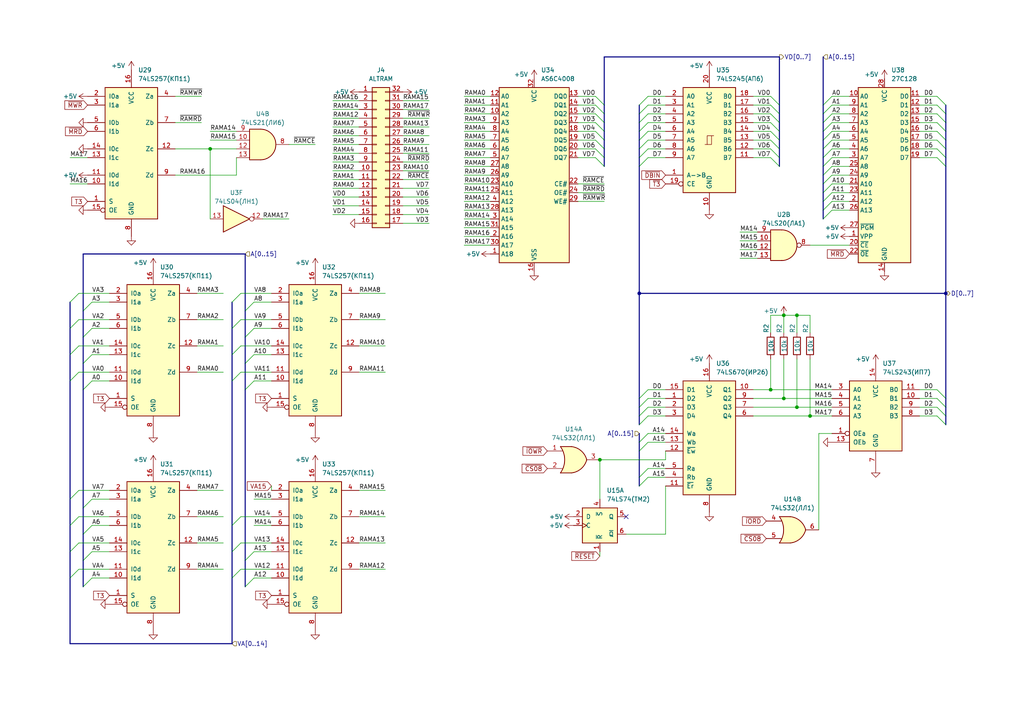
<source format=kicad_sch>
(kicad_sch (version 20230121) (generator eeschema)
  (paper "A4")
  (title_block (title "Pacific-80") (date "2023-07-13") (rev "1"))
  (junction (at 60.96 43.18))
  (junction (at 173.99 133.35))
  (junction (at 231.14 91.44))
  (junction (at 185.42 85.09))
  (junction (at 223.52 113.03))
  (junction (at 231.14 118.11))
  (junction (at 234.95 120.65))
  (junction (at 227.33 91.44))
  (junction (at 274.32 85.09))
  (junction (at 227.33 115.57))
  (no_connect (at 181.61 149.86))
  (bus_entry (at 187.96 35.56) (size -2.54 2.54))
  (bus_entry (at 271.78 35.56) (size 2.54 2.54))
  (bus_entry (at 241.3 35.56) (size -2.54 2.54))
  (bus_entry (at 271.78 40.64) (size 2.54 2.54))
  (bus_entry (at 22.86 100.33) (size -2.54 2.54))
  (bus_entry (at 241.3 43.18) (size -2.54 2.54))
  (bus_entry (at 241.3 33.02) (size -2.54 2.54))
  (bus_entry (at 172.72 33.02) (size 2.54 2.54))
  (bus_entry (at 73.66 87.63) (size -2.54 2.54))
  (bus_entry (at 271.78 45.72) (size 2.54 2.54))
  (bus_entry (at 241.3 40.64) (size -2.54 2.54))
  (bus_entry (at 172.72 35.56) (size 2.54 2.54))
  (bus_entry (at 172.72 27.94) (size 2.54 2.54))
  (bus_entry (at 69.85 165.1) (size -2.54 2.54))
  (bus_entry (at 73.66 110.49) (size -2.54 2.54))
  (bus_entry (at 69.85 100.33) (size -2.54 2.54))
  (bus_entry (at 26.67 102.87) (size -2.54 2.54))
  (bus_entry (at 271.78 27.94) (size 2.54 2.54))
  (bus_entry (at 223.52 30.48) (size 2.54 2.54))
  (bus_entry (at 187.96 120.65) (size -2.54 2.54))
  (bus_entry (at 26.67 167.64) (size -2.54 2.54))
  (bus_entry (at 241.3 50.8) (size -2.54 2.54))
  (bus_entry (at 271.78 113.03) (size 2.54 2.54))
  (bus_entry (at 26.67 110.49) (size -2.54 2.54))
  (bus_entry (at 187.96 115.57) (size -2.54 2.54))
  (bus_entry (at 187.96 27.94) (size -2.54 2.54))
  (bus_entry (at 73.66 95.25) (size -2.54 2.54))
  (bus_entry (at 187.96 43.18) (size -2.54 2.54))
  (bus_entry (at 187.96 40.64) (size -2.54 2.54))
  (bus_entry (at 172.72 40.64) (size 2.54 2.54))
  (bus_entry (at 26.67 95.25) (size -2.54 2.54))
  (bus_entry (at 241.3 53.34) (size -2.54 2.54))
  (bus_entry (at 271.78 120.65) (size 2.54 2.54))
  (bus_entry (at 187.96 118.11) (size -2.54 2.54))
  (bus_entry (at 241.3 38.1) (size -2.54 2.54))
  (bus_entry (at 172.72 30.48) (size 2.54 2.54))
  (bus_entry (at 241.3 27.94) (size -2.54 2.54))
  (bus_entry (at 223.52 33.02) (size 2.54 2.54))
  (bus_entry (at 271.78 118.11) (size 2.54 2.54))
  (bus_entry (at 187.96 135.89) (size -2.54 2.54))
  (bus_entry (at 22.86 92.71) (size -2.54 2.54))
  (bus_entry (at 69.85 157.48) (size -2.54 2.54))
  (bus_entry (at 187.96 38.1) (size -2.54 2.54))
  (bus_entry (at 22.86 85.09) (size -2.54 2.54))
  (bus_entry (at 241.3 55.88) (size -2.54 2.54))
  (bus_entry (at 172.72 43.18) (size 2.54 2.54))
  (bus_entry (at 223.52 40.64) (size 2.54 2.54))
  (bus_entry (at 26.67 152.4) (size -2.54 2.54))
  (bus_entry (at 26.67 144.78) (size -2.54 2.54))
  (bus_entry (at 271.78 38.1) (size 2.54 2.54))
  (bus_entry (at 69.85 107.95) (size -2.54 2.54))
  (bus_entry (at 22.86 142.24) (size -2.54 2.54))
  (bus_entry (at 69.85 149.86) (size -2.54 2.54))
  (bus_entry (at 22.86 107.95) (size -2.54 2.54))
  (bus_entry (at 223.52 27.94) (size 2.54 2.54))
  (bus_entry (at 22.86 149.86) (size -2.54 2.54))
  (bus_entry (at 73.66 102.87) (size -2.54 2.54))
  (bus_entry (at 223.52 35.56) (size 2.54 2.54))
  (bus_entry (at 22.86 157.48) (size -2.54 2.54))
  (bus_entry (at 241.3 30.48) (size -2.54 2.54))
  (bus_entry (at 187.96 128.27) (size -2.54 2.54))
  (bus_entry (at 271.78 30.48) (size 2.54 2.54))
  (bus_entry (at 187.96 113.03) (size -2.54 2.54))
  (bus_entry (at 73.66 160.02) (size -2.54 2.54))
  (bus_entry (at 187.96 30.48) (size -2.54 2.54))
  (bus_entry (at 172.72 45.72) (size 2.54 2.54))
  (bus_entry (at 187.96 125.73) (size -2.54 2.54))
  (bus_entry (at 187.96 138.43) (size -2.54 2.54))
  (bus_entry (at 223.52 43.18) (size 2.54 2.54))
  (bus_entry (at 241.3 58.42) (size -2.54 2.54))
  (bus_entry (at 187.96 45.72) (size -2.54 2.54))
  (bus_entry (at 22.86 165.1) (size -2.54 2.54))
  (bus_entry (at 187.96 33.02) (size -2.54 2.54))
  (bus_entry (at 241.3 60.96) (size -2.54 2.54))
  (bus_entry (at 223.52 45.72) (size 2.54 2.54))
  (bus_entry (at 271.78 115.57) (size 2.54 2.54))
  (bus_entry (at 73.66 167.64) (size -2.54 2.54))
  (bus_entry (at 69.85 92.71) (size -2.54 2.54))
  (bus_entry (at 26.67 87.63) (size -2.54 2.54))
  (bus_entry (at 241.3 48.26) (size -2.54 2.54))
  (bus_entry (at 223.52 38.1) (size 2.54 2.54))
  (bus_entry (at 26.67 160.02) (size -2.54 2.54))
  (bus_entry (at 69.85 85.09) (size -2.54 2.54))
  (bus_entry (at 172.72 38.1) (size 2.54 2.54))
  (bus_entry (at 271.78 43.18) (size 2.54 2.54))
  (bus_entry (at 271.78 33.02) (size 2.54 2.54))
  (bus_entry (at 241.3 45.72) (size -2.54 2.54))
  (wire (pts (xy 218.44 43.18) (xy 223.52 43.18)))
  (wire (pts (xy 76.2 63.5) (xy 83.82 63.5)))
  (bus (pts (xy 24.13 147.32) (xy 24.13 113.03)))
  (wire (pts (xy 22.86 107.95) (xy 31.75 107.95)))
  (bus (pts (xy 226.06 38.1) (xy 226.06 40.64)))
  (wire (pts (xy 266.7 38.1) (xy 271.78 38.1)))
  (bus (pts (xy 71.12 90.17) (xy 71.12 97.79)))
  (bus (pts (xy 24.13 170.18) (xy 24.13 162.56)))
  (bus (pts (xy 175.26 38.1) (xy 175.26 40.64)))
  (wire (pts (xy 22.86 100.33) (xy 31.75 100.33)))
  (wire (pts (xy 218.44 118.11) (xy 231.14 118.11)))
  (wire (pts (xy 167.64 35.56) (xy 172.72 35.56)))
  (bus (pts (xy 238.76 16.51) (xy 238.76 30.48)))
  (wire (pts (xy 68.58 50.8) (xy 68.58 45.72)))
  (wire (pts (xy 227.33 96.52) (xy 227.33 91.44)))
  (wire (pts (xy 69.85 165.1) (xy 78.74 165.1)))
  (wire (pts (xy 187.96 115.57) (xy 193.04 115.57)))
  (wire (pts (xy 142.24 40.64) (xy 134.62 40.64)))
  (wire (pts (xy 124.46 31.75) (xy 116.84 31.75)))
  (wire (pts (xy 187.96 40.64) (xy 193.04 40.64)))
  (bus (pts (xy 67.31 102.87) (xy 67.31 110.49)))
  (wire (pts (xy 227.33 115.57) (xy 241.3 115.57)))
  (bus (pts (xy 175.26 16.51) (xy 226.06 16.51)))
  (wire (pts (xy 26.67 144.78) (xy 31.75 144.78)))
  (wire (pts (xy 266.7 27.94) (xy 271.78 27.94)))
  (bus (pts (xy 67.31 160.02) (xy 67.31 167.64)))
  (wire (pts (xy 187.96 38.1) (xy 193.04 38.1)))
  (wire (pts (xy 241.3 38.1) (xy 246.38 38.1)))
  (bus (pts (xy 238.76 53.34) (xy 238.76 55.88)))
  (bus (pts (xy 238.76 58.42) (xy 238.76 60.96)))
  (wire (pts (xy 142.24 66.04) (xy 134.62 66.04)))
  (bus (pts (xy 274.32 48.26) (xy 274.32 45.72)))
  (wire (pts (xy 223.52 104.14) (xy 223.52 113.03)))
  (bus (pts (xy 20.32 152.4) (xy 20.32 160.02)))
  (wire (pts (xy 241.3 53.34) (xy 246.38 53.34)))
  (wire (pts (xy 142.24 68.58) (xy 134.62 68.58)))
  (bus (pts (xy 20.32 95.25) (xy 20.32 102.87)))
  (bus (pts (xy 226.06 30.48) (xy 226.06 33.02)))
  (wire (pts (xy 78.74 140.97) (xy 78.74 142.24)))
  (wire (pts (xy 104.14 39.37) (xy 96.52 39.37)))
  (wire (pts (xy 50.8 27.94) (xy 58.42 27.94)))
  (wire (pts (xy 142.24 27.94) (xy 134.62 27.94)))
  (wire (pts (xy 187.96 125.73) (xy 193.04 125.73)))
  (wire (pts (xy 234.95 104.14) (xy 234.95 120.65)))
  (bus (pts (xy 238.76 45.72) (xy 238.76 48.26)))
  (bus (pts (xy 24.13 97.79) (xy 24.13 90.17)))
  (wire (pts (xy 111.76 85.09) (xy 104.14 85.09)))
  (wire (pts (xy 64.77 157.48) (xy 57.15 157.48)))
  (wire (pts (xy 218.44 40.64) (xy 223.52 40.64)))
  (wire (pts (xy 266.7 40.64) (xy 271.78 40.64)))
  (bus (pts (xy 274.32 43.18) (xy 274.32 40.64)))
  (wire (pts (xy 241.3 43.18) (xy 246.38 43.18)))
  (wire (pts (xy 64.77 92.71) (xy 57.15 92.71)))
  (wire (pts (xy 218.44 45.72) (xy 223.52 45.72)))
  (bus (pts (xy 185.42 138.43) (xy 185.42 130.81)))
  (wire (pts (xy 64.77 165.1) (xy 57.15 165.1)))
  (bus (pts (xy 71.12 105.41) (xy 71.12 113.03)))
  (bus (pts (xy 185.42 85.09) (xy 274.32 85.09)))
  (wire (pts (xy 111.76 142.24) (xy 104.14 142.24)))
  (wire (pts (xy 116.84 41.91) (xy 124.46 41.91)))
  (bus (pts (xy 20.32 102.87) (xy 20.32 110.49)))
  (wire (pts (xy 142.24 30.48) (xy 134.62 30.48)))
  (bus (pts (xy 238.76 38.1) (xy 238.76 40.64)))
  (bus (pts (xy 185.42 48.26) (xy 185.42 45.72)))
  (wire (pts (xy 73.66 102.87) (xy 78.74 102.87)))
  (wire (pts (xy 116.84 62.23) (xy 124.46 62.23)))
  (wire (pts (xy 73.66 152.4) (xy 78.74 152.4)))
  (wire (pts (xy 22.86 142.24) (xy 31.75 142.24)))
  (wire (pts (xy 187.96 118.11) (xy 193.04 118.11)))
  (wire (pts (xy 26.67 95.25) (xy 31.75 95.25)))
  (bus (pts (xy 71.12 113.03) (xy 71.12 162.56)))
  (wire (pts (xy 266.7 33.02) (xy 271.78 33.02)))
  (bus (pts (xy 24.13 154.94) (xy 24.13 147.32)))
  (bus (pts (xy 175.26 40.64) (xy 175.26 43.18)))
  (wire (pts (xy 187.96 27.94) (xy 193.04 27.94)))
  (wire (pts (xy 214.63 72.39) (xy 219.71 72.39)))
  (wire (pts (xy 241.3 58.42) (xy 246.38 58.42)))
  (bus (pts (xy 226.06 43.18) (xy 226.06 45.72)))
  (wire (pts (xy 218.44 30.48) (xy 223.52 30.48)))
  (bus (pts (xy 20.32 160.02) (xy 20.32 167.64)))
  (wire (pts (xy 241.3 40.64) (xy 246.38 40.64)))
  (wire (pts (xy 218.44 113.03) (xy 223.52 113.03)))
  (wire (pts (xy 231.14 91.44) (xy 234.95 91.44)))
  (wire (pts (xy 96.52 57.15) (xy 104.14 57.15)))
  (bus (pts (xy 71.12 97.79) (xy 71.12 105.41)))
  (wire (pts (xy 187.96 43.18) (xy 193.04 43.18)))
  (bus (pts (xy 238.76 30.48) (xy 238.76 33.02)))
  (wire (pts (xy 116.84 46.99) (xy 124.46 46.99)))
  (wire (pts (xy 104.14 54.61) (xy 96.52 54.61)))
  (wire (pts (xy 111.76 165.1) (xy 104.14 165.1)))
  (bus (pts (xy 67.31 167.64) (xy 67.31 186.69)))
  (wire (pts (xy 69.85 92.71) (xy 78.74 92.71)))
  (bus (pts (xy 274.32 40.64) (xy 274.32 38.1)))
  (bus (pts (xy 175.26 45.72) (xy 175.26 48.26)))
  (bus (pts (xy 238.76 35.56) (xy 238.76 38.1)))
  (bus (pts (xy 24.13 113.03) (xy 24.13 105.41)))
  (wire (pts (xy 22.86 85.09) (xy 31.75 85.09)))
  (wire (pts (xy 142.24 71.12) (xy 134.62 71.12)))
  (wire (pts (xy 20.32 53.34) (xy 25.4 53.34)))
  (wire (pts (xy 187.96 120.65) (xy 193.04 120.65)))
  (wire (pts (xy 116.84 64.77) (xy 124.46 64.77)))
  (bus (pts (xy 226.06 16.51) (xy 226.06 30.48)))
  (wire (pts (xy 124.46 36.83) (xy 116.84 36.83)))
  (wire (pts (xy 187.96 135.89) (xy 193.04 135.89)))
  (bus (pts (xy 175.26 33.02) (xy 175.26 35.56)))
  (wire (pts (xy 26.67 102.87) (xy 31.75 102.87)))
  (wire (pts (xy 167.64 53.34) (xy 175.26 53.34)))
  (bus (pts (xy 71.12 73.66) (xy 71.12 90.17)))
  (wire (pts (xy 241.3 45.72) (xy 246.38 45.72)))
  (wire (pts (xy 124.46 49.53) (xy 116.84 49.53)))
  (wire (pts (xy 26.67 160.02) (xy 31.75 160.02)))
  (bus (pts (xy 175.26 30.48) (xy 175.26 33.02)))
  (wire (pts (xy 218.44 38.1) (xy 223.52 38.1)))
  (wire (pts (xy 60.96 43.18) (xy 60.96 63.5)))
  (wire (pts (xy 167.64 43.18) (xy 172.72 43.18)))
  (wire (pts (xy 50.8 50.8) (xy 68.58 50.8)))
  (wire (pts (xy 266.7 113.03) (xy 271.78 113.03)))
  (wire (pts (xy 69.85 157.48) (xy 78.74 157.48)))
  (bus (pts (xy 238.76 50.8) (xy 238.76 53.34)))
  (wire (pts (xy 60.96 38.1) (xy 68.58 38.1)))
  (wire (pts (xy 64.77 85.09) (xy 57.15 85.09)))
  (wire (pts (xy 60.96 43.18) (xy 68.58 43.18)))
  (wire (pts (xy 104.14 31.75) (xy 96.52 31.75)))
  (bus (pts (xy 238.76 48.26) (xy 238.76 50.8)))
  (bus (pts (xy 20.32 167.64) (xy 20.32 186.69)))
  (wire (pts (xy 241.3 48.26) (xy 246.38 48.26)))
  (bus (pts (xy 24.13 162.56) (xy 24.13 154.94)))
  (wire (pts (xy 26.67 110.49) (xy 31.75 110.49)))
  (bus (pts (xy 226.06 40.64) (xy 226.06 43.18)))
  (wire (pts (xy 234.95 71.12) (xy 246.38 71.12)))
  (bus (pts (xy 185.42 48.26) (xy 185.42 85.09)))
  (bus (pts (xy 67.31 95.25) (xy 67.31 102.87)))
  (bus (pts (xy 238.76 43.18) (xy 238.76 45.72)))
  (wire (pts (xy 167.64 40.64) (xy 172.72 40.64)))
  (bus (pts (xy 238.76 55.88) (xy 238.76 58.42)))
  (bus (pts (xy 274.32 38.1) (xy 274.32 35.56)))
  (bus (pts (xy 175.26 16.51) (xy 175.26 30.48)))
  (wire (pts (xy 69.85 100.33) (xy 78.74 100.33)))
  (wire (pts (xy 26.67 152.4) (xy 31.75 152.4)))
  (bus (pts (xy 67.31 110.49) (xy 67.31 152.4)))
  (bus (pts (xy 185.42 140.97) (xy 185.42 138.43)))
  (wire (pts (xy 266.7 45.72) (xy 271.78 45.72)))
  (wire (pts (xy 142.24 45.72) (xy 134.62 45.72)))
  (wire (pts (xy 266.7 120.65) (xy 271.78 120.65)))
  (bus (pts (xy 71.12 162.56) (xy 71.12 170.18)))
  (wire (pts (xy 142.24 33.02) (xy 134.62 33.02)))
  (bus (pts (xy 274.32 33.02) (xy 274.32 30.48)))
  (wire (pts (xy 111.76 149.86) (xy 104.14 149.86)))
  (wire (pts (xy 227.33 91.44) (xy 231.14 91.44)))
  (wire (pts (xy 218.44 35.56) (xy 223.52 35.56)))
  (wire (pts (xy 73.66 144.78) (xy 78.74 144.78)))
  (bus (pts (xy 20.32 87.63) (xy 20.32 95.25)))
  (wire (pts (xy 241.3 30.48) (xy 246.38 30.48)))
  (bus (pts (xy 274.32 85.09) (xy 274.32 48.26)))
  (wire (pts (xy 231.14 96.52) (xy 231.14 91.44)))
  (bus (pts (xy 238.76 40.64) (xy 238.76 43.18)))
  (wire (pts (xy 104.14 41.91) (xy 96.52 41.91)))
  (wire (pts (xy 223.52 91.44) (xy 227.33 91.44)))
  (wire (pts (xy 237.49 125.73) (xy 241.3 125.73)))
  (wire (pts (xy 73.66 95.25) (xy 78.74 95.25)))
  (wire (pts (xy 241.3 27.94) (xy 246.38 27.94)))
  (bus (pts (xy 185.42 45.72) (xy 185.42 43.18)))
  (wire (pts (xy 142.24 63.5) (xy 134.62 63.5)))
  (wire (pts (xy 69.85 85.09) (xy 78.74 85.09)))
  (wire (pts (xy 218.44 33.02) (xy 223.52 33.02)))
  (wire (pts (xy 181.61 154.94) (xy 193.04 154.94)))
  (wire (pts (xy 124.46 44.45) (xy 116.84 44.45)))
  (wire (pts (xy 22.86 157.48) (xy 31.75 157.48)))
  (bus (pts (xy 175.26 35.56) (xy 175.26 38.1)))
  (wire (pts (xy 142.24 38.1) (xy 134.62 38.1)))
  (wire (pts (xy 116.84 39.37) (xy 124.46 39.37)))
  (wire (pts (xy 187.96 45.72) (xy 193.04 45.72)))
  (wire (pts (xy 142.24 53.34) (xy 134.62 53.34)))
  (wire (pts (xy 214.63 67.31) (xy 219.71 67.31)))
  (wire (pts (xy 142.24 48.26) (xy 134.62 48.26)))
  (bus (pts (xy 185.42 118.11) (xy 185.42 120.65)))
  (wire (pts (xy 104.14 52.07) (xy 96.52 52.07)))
  (bus (pts (xy 67.31 152.4) (xy 67.31 160.02)))
  (wire (pts (xy 104.14 34.29) (xy 96.52 34.29)))
  (wire (pts (xy 187.96 30.48) (xy 193.04 30.48)))
  (wire (pts (xy 116.84 59.69) (xy 124.46 59.69)))
  (wire (pts (xy 231.14 104.14) (xy 231.14 118.11)))
  (bus (pts (xy 185.42 33.02) (xy 185.42 30.48)))
  (bus (pts (xy 185.42 35.56) (xy 185.42 33.02)))
  (wire (pts (xy 193.04 154.94) (xy 193.04 140.97)))
  (wire (pts (xy 266.7 118.11) (xy 271.78 118.11)))
  (wire (pts (xy 111.76 107.95) (xy 104.14 107.95)))
  (wire (pts (xy 60.96 40.64) (xy 68.58 40.64)))
  (wire (pts (xy 227.33 104.14) (xy 227.33 115.57)))
  (wire (pts (xy 116.84 34.29) (xy 124.46 34.29)))
  (wire (pts (xy 173.99 133.35) (xy 173.99 144.78)))
  (wire (pts (xy 22.86 165.1) (xy 31.75 165.1)))
  (wire (pts (xy 218.44 27.94) (xy 223.52 27.94)))
  (wire (pts (xy 73.66 160.02) (xy 78.74 160.02)))
  (wire (pts (xy 64.77 100.33) (xy 57.15 100.33)))
  (wire (pts (xy 124.46 29.21) (xy 116.84 29.21)))
  (wire (pts (xy 173.99 133.35) (xy 193.04 133.35)))
  (bus (pts (xy 185.42 85.09) (xy 185.42 115.57)))
  (wire (pts (xy 69.85 107.95) (xy 78.74 107.95)))
  (wire (pts (xy 22.86 92.71) (xy 31.75 92.71)))
  (wire (pts (xy 167.64 58.42) (xy 175.26 58.42)))
  (bus (pts (xy 238.76 60.96) (xy 238.76 63.5)))
  (bus (pts (xy 274.32 115.57) (xy 274.32 118.11)))
  (wire (pts (xy 104.14 49.53) (xy 96.52 49.53)))
  (wire (pts (xy 20.32 45.72) (xy 25.4 45.72)))
  (wire (pts (xy 104.14 29.21) (xy 96.52 29.21)))
  (bus (pts (xy 67.31 87.63) (xy 67.31 95.25)))
  (wire (pts (xy 167.64 27.94) (xy 172.72 27.94)))
  (wire (pts (xy 26.67 167.64) (xy 31.75 167.64)))
  (wire (pts (xy 234.95 120.65) (xy 241.3 120.65)))
  (bus (pts (xy 185.42 43.18) (xy 185.42 40.64)))
  (wire (pts (xy 73.66 167.64) (xy 78.74 167.64)))
  (bus (pts (xy 24.13 105.41) (xy 24.13 97.79)))
  (bus (pts (xy 274.32 35.56) (xy 274.32 33.02)))
  (bus (pts (xy 226.06 45.72) (xy 226.06 48.26)))
  (wire (pts (xy 83.82 41.91) (xy 91.44 41.91)))
  (bus (pts (xy 24.13 90.17) (xy 24.13 73.66)))
  (wire (pts (xy 142.24 35.56) (xy 134.62 35.56)))
  (bus (pts (xy 274.32 120.65) (xy 274.32 123.19)))
  (wire (pts (xy 214.63 69.85) (xy 219.71 69.85)))
  (bus (pts (xy 185.42 40.64) (xy 185.42 38.1)))
  (wire (pts (xy 142.24 58.42) (xy 134.62 58.42)))
  (wire (pts (xy 223.52 96.52) (xy 223.52 91.44)))
  (bus (pts (xy 185.42 115.57) (xy 185.42 118.11)))
  (wire (pts (xy 96.52 59.69) (xy 104.14 59.69)))
  (bus (pts (xy 226.06 33.02) (xy 226.06 35.56)))
  (wire (pts (xy 26.67 87.63) (xy 31.75 87.63)))
  (wire (pts (xy 241.3 55.88) (xy 246.38 55.88)))
  (wire (pts (xy 142.24 50.8) (xy 134.62 50.8)))
  (wire (pts (xy 50.8 43.18) (xy 60.96 43.18)))
  (wire (pts (xy 187.96 35.56) (xy 193.04 35.56)))
  (wire (pts (xy 173.99 161.29) (xy 173.99 160.02)))
  (wire (pts (xy 266.7 35.56) (xy 271.78 35.56)))
  (wire (pts (xy 187.96 33.02) (xy 193.04 33.02)))
  (wire (pts (xy 64.77 107.95) (xy 57.15 107.95)))
  (bus (pts (xy 274.32 118.11) (xy 274.32 120.65)))
  (wire (pts (xy 187.96 138.43) (xy 193.04 138.43)))
  (wire (pts (xy 104.14 36.83) (xy 96.52 36.83)))
  (wire (pts (xy 218.44 120.65) (xy 234.95 120.65)))
  (wire (pts (xy 241.3 33.02) (xy 246.38 33.02)))
  (bus (pts (xy 185.42 128.27) (xy 185.42 125.73)))
  (wire (pts (xy 231.14 118.11) (xy 241.3 118.11)))
  (wire (pts (xy 193.04 133.35) (xy 193.04 130.81)))
  (wire (pts (xy 50.8 35.56) (xy 58.42 35.56)))
  (wire (pts (xy 111.76 92.71) (xy 104.14 92.71)))
  (wire (pts (xy 266.7 30.48) (xy 271.78 30.48)))
  (bus (pts (xy 185.42 130.81) (xy 185.42 128.27)))
  (wire (pts (xy 111.76 157.48) (xy 104.14 157.48)))
  (wire (pts (xy 116.84 54.61) (xy 124.46 54.61)))
  (wire (pts (xy 104.14 44.45) (xy 96.52 44.45)))
  (wire (pts (xy 241.3 35.56) (xy 246.38 35.56)))
  (wire (pts (xy 241.3 50.8) (xy 246.38 50.8)))
  (wire (pts (xy 142.24 60.96) (xy 134.62 60.96)))
  (bus (pts (xy 175.26 43.18) (xy 175.26 45.72)))
  (bus (pts (xy 274.32 45.72) (xy 274.32 43.18)))
  (wire (pts (xy 142.24 43.18) (xy 134.62 43.18)))
  (wire (pts (xy 167.64 33.02) (xy 172.72 33.02)))
  (wire (pts (xy 64.77 149.86) (xy 57.15 149.86)))
  (wire (pts (xy 218.44 115.57) (xy 227.33 115.57)))
  (wire (pts (xy 73.66 110.49) (xy 78.74 110.49)))
  (wire (pts (xy 266.7 115.57) (xy 271.78 115.57)))
  (wire (pts (xy 22.86 149.86) (xy 31.75 149.86)))
  (wire (pts (xy 116.84 52.07) (xy 124.46 52.07)))
  (wire (pts (xy 142.24 55.88) (xy 134.62 55.88)))
  (bus (pts (xy 185.42 120.65) (xy 185.42 123.19)))
  (wire (pts (xy 73.66 87.63) (xy 78.74 87.63)))
  (bus (pts (xy 226.06 35.56) (xy 226.06 38.1)))
  (wire (pts (xy 266.7 43.18) (xy 271.78 43.18)))
  (bus (pts (xy 24.13 73.66) (xy 71.12 73.66)))
  (wire (pts (xy 167.64 55.88) (xy 175.26 55.88)))
  (wire (pts (xy 111.76 100.33) (xy 104.14 100.33)))
  (wire (pts (xy 214.63 74.93) (xy 219.71 74.93)))
  (bus (pts (xy 20.32 110.49) (xy 20.32 144.78)))
  (wire (pts (xy 241.3 60.96) (xy 246.38 60.96)))
  (wire (pts (xy 187.96 128.27) (xy 193.04 128.27)))
  (bus (pts (xy 20.32 144.78) (xy 20.32 152.4)))
  (wire (pts (xy 104.14 46.99) (xy 96.52 46.99)))
  (bus (pts (xy 20.32 186.69) (xy 67.31 186.69)))
  (wire (pts (xy 234.95 96.52) (xy 234.95 91.44)))
  (wire (pts (xy 237.49 153.67) (xy 237.49 125.73)))
  (bus (pts (xy 274.32 85.09) (xy 274.32 115.57)))
  (wire (pts (xy 69.85 149.86) (xy 78.74 149.86)))
  (wire (pts (xy 96.52 62.23) (xy 104.14 62.23)))
  (bus (pts (xy 185.42 38.1) (xy 185.42 35.56)))
  (wire (pts (xy 167.64 30.48) (xy 172.72 30.48)))
  (bus (pts (xy 238.76 33.02) (xy 238.76 35.56)))
  (wire (pts (xy 116.84 57.15) (xy 124.46 57.15)))
  (wire (pts (xy 187.96 113.03) (xy 193.04 113.03)))
  (wire (pts (xy 64.77 142.24) (xy 57.15 142.24)))
  (wire (pts (xy 167.64 38.1) (xy 172.72 38.1)))
  (wire (pts (xy 167.64 45.72) (xy 172.72 45.72)))
  (wire (pts (xy 223.52 113.03) (xy 241.3 113.03)))
  (label "A2" (at 26.67 95.25 0))
  (label "MA17" (at 214.63 74.93 0))
  (label "MA15" (at 73.66 144.78 0))
  (label "RAMA11" (at 104.14 107.95 0))
  (label "A6" (at 26.67 152.4 0))
  (label "VD3" (at 219.71 35.56 0))
  (label "MA16" (at 236.22 118.11 0))
  (label "VA13" (at 73.66 157.48 0))
  (label "RAMA5" (at 134.62 40.64 0))
  (label "A12" (at 241.3 58.42 0))
  (label "RAMA14" (at 96.52 31.75 0))
  (label "RAMA16" (at 96.52 29.21 0))
  (label "D1" (at 267.97 115.57 0))
  (label "D3" (at 189.23 120.65 0))
  (label "MA16" (at 214.63 72.39 0))
  (label "VA2" (at 26.67 92.71 0))
  (label "MA15" (at 236.22 115.57 0))
  (label "RAMA14" (at 134.62 63.5 0))
  (label "VD6" (at 219.71 43.18 0))
  (label "VA9" (at 73.66 92.71 0))
  (label "A1" (at 26.67 102.87 0))
  (label "VD7" (at 219.71 45.72 0))
  (label "RAMA10" (at 116.84 49.53 0))
  (label "D2" (at 267.97 118.11 0))
  (label "RAMA7" (at 96.52 36.83 0))
  (label "A8" (at 73.66 87.63 0))
  (label "RAMA13" (at 104.14 157.48 0))
  (label "A10" (at 73.66 102.87 0))
  (label "VA4" (at 26.67 165.1 0))
  (label "D7" (at 189.23 45.72 0))
  (label "RAMA4" (at 57.15 165.1 0))
  (label "MA14" (at 214.63 67.31 0))
  (label "D2" (at 189.23 118.11 0))
  (label "MA14" (at 236.22 113.03 0))
  (label "~{RAMWR}" (at 168.91 58.42 0))
  (label "A9" (at 73.66 95.25 0))
  (label "VD7" (at 168.91 45.72 0))
  (label "RAMA0" (at 134.62 27.94 0))
  (label "A1" (at 241.3 30.48 0))
  (label "RAMA15" (at 104.14 142.24 0))
  (label "RAMA16" (at 134.62 68.58 0))
  (label "D3" (at 267.97 35.56 0))
  (label "RAMA8" (at 116.84 39.37 0))
  (label "RAMA17" (at 76.2 63.5 0))
  (label "RAMA2" (at 96.52 49.53 0))
  (label "RAMA0" (at 57.15 107.95 0))
  (label "D1" (at 267.97 30.48 0))
  (label "D0" (at 267.97 113.03 0))
  (label "VA3" (at 26.67 85.09 0))
  (label "A11" (at 241.3 55.88 0))
  (label "~{RAMWR}" (at 118.11 34.29 0))
  (label "D6" (at 189.23 43.18 0))
  (label "VA8" (at 73.66 85.09 0))
  (label "~{RAMRD}" (at 118.11 46.99 0))
  (label "A15" (at 189.23 138.43 0))
  (label "D2" (at 189.23 33.02 0))
  (label "A14" (at 189.23 125.73 0))
  (label "~{RAMCE}" (at 168.91 53.34 0))
  (label "VA12" (at 73.66 165.1 0))
  (label "RAMA6" (at 57.15 149.86 0))
  (label "VD1" (at 168.91 30.48 0))
  (label "A5" (at 26.67 160.02 0))
  (label "RAMA1" (at 57.15 100.33 0))
  (label "VD6" (at 168.91 43.18 0))
  (label "VD7" (at 120.65 54.61 0))
  (label "RAMA5" (at 57.15 157.48 0))
  (label "MA16" (at 20.32 53.34 0))
  (label "A3" (at 241.3 35.56 0))
  (label "RAMA14" (at 60.96 38.1 0))
  (label "RAMA3" (at 96.52 46.99 0))
  (label "A0" (at 241.3 27.94 0))
  (label "A5" (at 241.3 40.64 0))
  (label "A8" (at 241.3 48.26 0))
  (label "VD5" (at 219.71 40.64 0))
  (label "D5" (at 267.97 40.64 0))
  (label "A4" (at 26.67 167.64 0))
  (label "A12" (at 73.66 167.64 0))
  (label "VD1" (at 96.52 59.69 0))
  (label "RAMA6" (at 96.52 39.37 0))
  (label "MA17" (at 236.22 120.65 0))
  (label "D0" (at 267.97 27.94 0))
  (label "~{RAMRD}" (at 168.91 55.88 0))
  (label "A13" (at 73.66 160.02 0))
  (label "D6" (at 267.97 43.18 0))
  (label "RAMA10" (at 104.14 100.33 0))
  (label "A15" (at 189.23 128.27 0))
  (label "RAMA9" (at 134.62 50.8 0))
  (label "A10" (at 241.3 53.34 0))
  (label "RAMA8" (at 134.62 48.26 0))
  (label "A4" (at 241.3 38.1 0))
  (label "RAMA15" (at 134.62 66.04 0))
  (label "RAMA15" (at 60.96 40.64 0))
  (label "RAMA13" (at 134.62 60.96 0))
  (label "RAMA11" (at 134.62 55.88 0))
  (label "RAMA3" (at 134.62 35.56 0))
  (label "D7" (at 267.97 45.72 0))
  (label "RAMA15" (at 116.84 29.21 0))
  (label "RAMA6" (at 134.62 43.18 0))
  (label "RAMA9" (at 104.14 92.71 0))
  (label "D4" (at 267.97 38.1 0))
  (label "RAMA5" (at 96.52 41.91 0))
  (label "RAMA12" (at 104.14 165.1 0))
  (label "A9" (at 241.3 50.8 0))
  (label "RAMA12" (at 134.62 58.42 0))
  (label "~{RAMWR}" (at 52.07 27.94 0))
  (label "~{RAMCE}" (at 85.09 41.91 0))
  (label "VD4" (at 168.91 38.1 0))
  (label "D5" (at 189.23 40.64 0))
  (label "VD3" (at 120.65 64.77 0))
  (label "~{RAMRD}" (at 52.07 35.56 0))
  (label "VD2" (at 96.52 62.23 0))
  (label "RAMA1" (at 134.62 30.48 0))
  (label "RAMA4" (at 134.62 38.1 0))
  (label "RAMA9" (at 116.84 41.91 0))
  (label "RAMA7" (at 134.62 45.72 0))
  (label "D1" (at 189.23 115.57 0))
  (label "VD6" (at 120.65 57.15 0))
  (label "VD2" (at 219.71 33.02 0))
  (label "D2" (at 267.97 33.02 0))
  (label "A7" (at 26.67 144.78 0))
  (label "RAMA16" (at 52.07 50.8 0))
  (label "A2" (at 241.3 33.02 0))
  (label "RAMA2" (at 57.15 92.71 0))
  (label "RAMA7" (at 57.15 142.24 0))
  (label "RAMA10" (at 134.62 53.34 0))
  (label "D0" (at 189.23 113.03 0))
  (label "D3" (at 189.23 35.56 0))
  (label "VD1" (at 219.71 30.48 0))
  (label "MA14" (at 73.66 152.4 0))
  (label "D3" (at 267.97 120.65 0))
  (label "RAMA13" (at 116.84 36.83 0))
  (label "VD5" (at 168.91 40.64 0))
  (label "RAMA4" (at 96.52 44.45 0))
  (label "RAMA0" (at 96.52 54.61 0))
  (label "VD4" (at 120.65 62.23 0))
  (label "VA14" (at 73.66 149.86 0))
  (label "VD4" (at 219.71 38.1 0))
  (label "A11" (at 73.66 110.49 0))
  (label "VA0" (at 26.67 107.95 0))
  (label "RAMA3" (at 57.15 85.09 0))
  (label "A13" (at 241.3 60.96 0))
  (label "D0" (at 189.23 27.94 0))
  (label "VD5" (at 120.65 59.69 0))
  (label "VD2" (at 168.91 33.02 0))
  (label "A0" (at 26.67 110.49 0))
  (label "VA1" (at 26.67 100.33 0))
  (label "VD0" (at 96.52 57.15 0))
  (label "VA7" (at 26.67 142.24 0))
  (label "MA17" (at 20.32 45.72 0))
  (label "~{RAMCE}" (at 118.11 52.07 0))
  (label "RAMA14" (at 104.14 149.86 0))
  (label "VD0" (at 219.71 27.94 0))
  (label "VA10" (at 73.66 100.33 0))
  (label "VD3" (at 168.91 35.56 0))
  (label "RAMA12" (at 96.52 34.29 0))
  (label "RAMA2" (at 134.62 33.02 0))
  (label "RAMA11" (at 116.84 44.45 0))
  (label "RAMA8" (at 104.14 85.09 0))
  (label "RAMA1" (at 96.52 52.07 0))
  (label "A14" (at 189.23 135.89 0))
  (label "VA6" (at 26.67 149.86 0))
  (label "A3" (at 26.67 87.63 0))
  (label "VA11" (at 73.66 107.95 0))
  (label "VD0" (at 168.91 27.94 0))
  (label "RAMA17" (at 116.84 31.75 0))
  (label "MA15" (at 214.63 69.85 0))
  (label "A7" (at 241.3 45.72 0))
  (label "RAMA17" (at 134.62 71.12 0))
  (label "D4" (at 189.23 38.1 0))
  (label "A6" (at 241.3 43.18 0))
  (label "VA5" (at 26.67 157.48 0))
  (label "D1" (at 189.23 30.48 0))
  (global_label "~{T3}" (shape input) (at 193.04 53.34 180) (property "Intersheetrefs" "${INTERSHEET_REFS}" (effects hide)))
  (global_label "T3" (shape input) (at 31.75 115.57 180) (property "Intersheetrefs" "${INTERSHEET_REFS}" (effects hide)))
  (global_label "T3" (shape input) (at 31.75 172.72 180) (property "Intersheetrefs" "${INTERSHEET_REFS}" (effects hide)))
  (global_label "VA15" (shape input) (at 78.74 140.97 180) (property "Intersheetrefs" "${INTERSHEET_REFS}" (effects hide)))
  (global_label "~{MRD}" (shape input) (at 25.4 38.1 180) (property "Intersheetrefs" "${INTERSHEET_REFS}" (effects hide)))
  (global_label "T3" (shape input) (at 78.74 172.72 180) (property "Intersheetrefs" "${INTERSHEET_REFS}" (effects hide)))
  (global_label "~{IORD}" (shape input) (at 222.25 151.13 180) (property "Intersheetrefs" "${INTERSHEET_REFS}" (effects hide)))
  (global_label "~{MRD}" (shape input) (at 246.38 73.66 180) (property "Intersheetrefs" "${INTERSHEET_REFS}" (effects hide)))
  (global_label "~{IOWR}" (shape input) (at 158.75 130.81 180) (property "Intersheetrefs" "${INTERSHEET_REFS}" (effects hide)))
  (global_label "T3" (shape input) (at 78.74 115.57 180) (property "Intersheetrefs" "${INTERSHEET_REFS}" (effects hide)))
  (global_label "~{CS08}" (shape input) (at 158.75 135.89 180) (property "Intersheetrefs" "${INTERSHEET_REFS}" (effects hide)))
  (global_label "T3" (shape input) (at 25.4 58.42 180) (property "Intersheetrefs" "${INTERSHEET_REFS}" (effects hide)))
  (global_label "~{DBIN}" (shape input) (at 193.04 50.8 180) (property "Intersheetrefs" "${INTERSHEET_REFS}" (effects hide)))
  (global_label "~{MWR}" (shape input) (at 25.4 30.48 180) (property "Intersheetrefs" "${INTERSHEET_REFS}" (effects hide)))
  (global_label "~{RESET}" (shape input) (at 173.99 161.29 180) (property "Intersheetrefs" "${INTERSHEET_REFS}" (effects hide)))
  (global_label "~{CS08}" (shape input) (at 222.25 156.21 180) (property "Intersheetrefs" "${INTERSHEET_REFS}" (effects hide)))
  (hierarchical_label "D[0..7]" (shape bidirectional) (at 274.32 85.09 0))
  (hierarchical_label "A[0..15]" (shape input) (at 71.12 73.66 0))
  (hierarchical_label "A[0..15]" (shape input) (at 238.76 16.51 0))
  (hierarchical_label "VD[0..7]" (shape output) (at 226.06 16.51 0))
  (hierarchical_label "A[0..15]" (shape input) (at 185.42 125.73 180))
  (hierarchical_label "VA[0..14]" (shape input) (at 67.31 186.69 0))
  (symbol (lib_id "power:+5V") (at 91.44 77.47 0) (unit 1)
    (property "Reference" "#PWR02" (effects hide))
    (property "Value" "+5V" (at 87.63 76.2 0))
    (instances (project "pac80" (path "" (reference "#PWR02") (unit 1)) (path "" (reference "#PWR061") (unit 1)) (path "" (reference "#PWR0194") (unit 1))))
  )
  (symbol (lib_id "Device:R") (at 227.33 100.33 0) (mirror x) (unit 1)
    (property "Reference" "R2" (at 226.06 95.25 90))
    (property "Value" "10k" (at 227.457 100.33 90))
    (property "Footprint" "Resistor_THT:R_Axial_DIN0207_L6.3mm_D2.5mm_P7.62mm_Horizontal" (effects hide))
    (instances (project "pac80" (path "" (reference "R2") (unit 1)) (path "" (reference "R12") (unit 1))))
  )
  (symbol (lib_id "power:+5V") (at 256.54 22.86 0) (unit 1)
    (property "Reference" "#PWR02" (effects hide))
    (property "Value" "+5V" (at 252.73 21.59 0))
    (instances (project "pac80" (path "" (reference "#PWR02") (unit 1)) (path "" (reference "#PWR061") (unit 1)) (path "" (reference "#PWR0216") (unit 1))))
  )
  (symbol (lib_id "74xx:74LS670") (at 205.74 125.73 0) (unit 1)
    (property "Reference" "U36" (at 207.6959 105.41 0) (effects (justify left)))
    (property "Value" "74LS670(ИР26)" (at 207.6959 107.95 0) (effects (justify left)))
    (property "Footprint" "Package_DIP:DIP-16_W7.62mm" (effects hide))
    (property "Datasheet" "http://www.ti.com/lit/gpn/sn74LS670" (effects hide))
  )
  (symbol (lib_id "power:GND") (at 44.45 125.73 0) (unit 1)
    (property "Reference" "#PWR03" (effects hide))
    (property "Value" "GND" (effects hide))
    (instances (project "pac80" (path "" (reference "#PWR03") (unit 1)) (path "" (reference "#PWR062") (unit 1)) (path "" (reference "#PWR0189") (unit 1))))
  )
  (symbol (lib_id "74xx:74LS257") (at 44.45 100.33 0) (unit 1)
    (property "Reference" "U30" (at 46.4059 77.47 0) (effects (justify left)))
    (property "Value" "74LS257(КП11)" (at 46.4059 80.01 0) (effects (justify left)))
    (property "Footprint" "Package_DIP:DIP-16_W7.62mm" (effects hide))
    (property "Datasheet" "http://www.ti.com/lit/gpn/sn74LS257" (effects hide))
  )
  (symbol (lib_id "74xx:74LS243") (at 254 120.65 0) (unit 1)
    (property "Reference" "U37" (at 255.9559 105.41 0) (effects (justify left)))
    (property "Value" "74LS243(ИП7)" (at 255.9559 107.95 0) (effects (justify left)))
    (property "Footprint" "Package_DIP:DIP-14_W7.62mm" (effects hide))
    (property "Datasheet" "http://www.ti.com/lit/gpn/sn74LS243" (effects hide))
  )
  (symbol (lib_id "power:+5V") (at 254 105.41 0) (unit 1)
    (property "Reference" "#PWR02" (effects hide))
    (property "Value" "+5V" (at 250.19 104.14 0))
    (instances (project "pac80" (path "" (reference "#PWR02") (unit 1)) (path "" (reference "#PWR061") (unit 1)) (path "" (reference "#PWR0214") (unit 1))))
  )
  (symbol (lib_id "power:GND") (at 38.1 68.58 0) (unit 1)
    (property "Reference" "#PWR03" (effects hide))
    (property "Value" "GND" (effects hide))
    (instances (project "pac80" (path "" (reference "#PWR03") (unit 1)) (path "" (reference "#PWR062") (unit 1)) (path "" (reference "#PWR0187") (unit 1))))
  )
  (symbol (lib_id "power:GND") (at 25.4 60.96 270) (unit 1)
    (property "Reference" "#PWR03" (effects hide))
    (property "Value" "GND" (effects hide))
    (instances (project "pac80" (path "" (reference "#PWR03") (unit 1)) (path "" (reference "#PWR062") (unit 1)) (path "" (reference "#PWR0183") (unit 1))))
  )
  (symbol (lib_id "74xx:74LS32") (at 229.87 153.67 0) (unit 2)
    (property "Reference" "U14" (at 229.87 144.78 0))
    (property "Value" "74LS32(ЛЛ1)" (at 229.87 147.32 0))
    (property "Footprint" "Package_DIP:DIP-14_W7.62mm" (effects hide))
    (property "Datasheet" "http://www.ti.com/lit/gpn/sn74LS32" (effects hide))
  )
  (symbol (lib_id "Memory_EPROM:27C128") (at 256.54 50.8 0) (unit 1)
    (property "Reference" "U38" (at 258.4959 20.32 0) (effects (justify left)))
    (property "Value" "27C128" (at 258.4959 22.86 0) (effects (justify left)))
    (property "Footprint" "Library:DIP-28_W15.12mm_Socket" (effects hide))
    (property "Datasheet" "http://ww1.microchip.com/downloads/en/devicedoc/11003L.pdf" (effects hide))
  )
  (symbol (lib_id "power:GND") (at 25.4 35.56 270) (mirror x) (unit 1)
    (property "Reference" "#PWR03" (effects hide))
    (property "Value" "GND" (effects hide))
    (instances (project "pac80" (path "" (reference "#PWR03") (unit 1)) (path "" (reference "#PWR062") (unit 1)) (path "" (reference "#PWR0179") (unit 1))))
  )
  (symbol (lib_id "74xx:74LS74") (at 173.99 152.4 0) (unit 1)
    (property "Reference" "U15" (at 175.9459 142.24 0) (effects (justify left)))
    (property "Value" "74LS74(ТМ2)" (at 175.9459 144.78 0) (effects (justify left)))
    (property "Footprint" "Package_DIP:DIP-14_W7.62mm" (effects hide))
    (property "Datasheet" "74xx/74hc_hct74.pdf" (effects hide))
  )
  (symbol (lib_id "power:+5V") (at 25.4 27.94 90) (mirror x) (unit 1)
    (property "Reference" "#PWR02" (effects hide))
    (property "Value" "+5V" (at 20.32 27.94 90))
    (instances (project "pac80" (path "" (reference "#PWR02") (unit 1)) (path "" (reference "#PWR055") (unit 1)) (path "" (reference "#PWR0180") (unit 1))))
  )
  (symbol (lib_id "power:+5V") (at 91.44 134.62 0) (unit 1)
    (property "Reference" "#PWR02" (effects hide))
    (property "Value" "+5V" (at 87.63 133.35 0))
    (instances (project "pac80" (path "" (reference "#PWR02") (unit 1)) (path "" (reference "#PWR061") (unit 1)) (path "" (reference "#PWR0196") (unit 1))))
  )
  (symbol (lib_id "power:+5V") (at 205.74 20.32 0) (unit 1)
    (property "Reference" "#PWR02" (effects hide))
    (property "Value" "+5V" (at 201.93 19.05 0))
    (instances (project "pac80" (path "" (reference "#PWR02") (unit 1)) (path "" (reference "#PWR061") (unit 1)) (path "" (reference "#PWR0206") (unit 1))))
  )
  (symbol (lib_id "Device:R") (at 231.14 100.33 0) (mirror x) (unit 1)
    (property "Reference" "R2" (at 229.87 95.25 90))
    (property "Value" "10k" (at 231.267 100.33 90))
    (property "Footprint" "Resistor_THT:R_Axial_DIN0207_L6.3mm_D2.5mm_P7.62mm_Horizontal" (effects hide))
    (instances (project "pac80" (path "" (reference "R2") (unit 1)) (path "" (reference "R13") (unit 1))))
  )
  (symbol (lib_id "power:+5V") (at 166.37 149.86 90) (unit 1)
    (property "Reference" "#PWR02" (effects hide))
    (property "Value" "+5V" (at 161.29 149.86 90))
    (instances (project "pac80" (path "" (reference "#PWR02") (unit 1)) (path "" (reference "#PWR055") (unit 1)) (path "" (reference "#PWR0204") (unit 1))))
  )
  (symbol (lib_id "power:+5V") (at 44.45 134.62 0) (unit 1)
    (property "Reference" "#PWR02" (effects hide))
    (property "Value" "+5V" (at 40.64 133.35 0))
    (instances (project "pac80" (path "" (reference "#PWR02") (unit 1)) (path "" (reference "#PWR061") (unit 1)) (path "" (reference "#PWR0190") (unit 1))))
  )
  (symbol (lib_id "74xx:74LS21") (at 76.2 41.91 0) (unit 2)
    (property "Reference" "U4" (at 76.1903 33.02 0))
    (property "Value" "74LS21(ЛИ6)" (at 76.1903 35.56 0))
    (property "Footprint" "Package_DIP:DIP-14_W7.62mm" (effects hide))
    (property "Datasheet" "http://www.ti.com/lit/gpn/sn74LS21" (effects hide))
    (instances (project "pac80" (path "" (reference "U4") (unit 2)) (path "" (reference "U12") (unit 2))))
  )
  (symbol (lib_id "Device:R") (at 234.95 100.33 0) (mirror x) (unit 1)
    (property "Reference" "R2" (at 233.68 95.25 90))
    (property "Value" "10k" (at 235.077 100.33 90))
    (property "Footprint" "Resistor_THT:R_Axial_DIN0207_L6.3mm_D2.5mm_P7.62mm_Horizontal" (effects hide))
    (instances (project "pac80" (path "" (reference "R2") (unit 1)) (path "" (reference "R14") (unit 1))))
  )
  (symbol (lib_id "power:GND") (at 31.75 175.26 270) (unit 1)
    (property "Reference" "#PWR03" (effects hide))
    (property "Value" "GND" (effects hide))
    (instances (project "pac80" (path "" (reference "#PWR03") (unit 1)) (path "" (reference "#PWR062") (unit 1)) (path "" (reference "#PWR0185") (unit 1))))
  )
  (symbol (lib_id "power:GND") (at 44.45 182.88 0) (unit 1)
    (property "Reference" "#PWR03" (effects hide))
    (property "Value" "GND" (effects hide))
    (instances (project "pac80" (path "" (reference "#PWR03") (unit 1)) (path "" (reference "#PWR062") (unit 1)) (path "" (reference "#PWR0191") (unit 1))))
  )
  (symbol (lib_id "power:+5V") (at 205.74 105.41 0) (unit 1)
    (property "Reference" "#PWR02" (effects hide))
    (property "Value" "+5V" (at 201.93 104.14 0))
    (instances (project "pac80" (path "" (reference "#PWR02") (unit 1)) (path "" (reference "#PWR061") (unit 1)) (path "" (reference "#PWR0208") (unit 1))))
  )
  (symbol (lib_id "power:GND") (at 254 135.89 0) (unit 1)
    (property "Reference" "#PWR03" (effects hide))
    (property "Value" "GND" (effects hide))
    (instances (project "pac80" (path "" (reference "#PWR03") (unit 1)) (path "" (reference "#PWR062") (unit 1)) (path "" (reference "#PWR0215") (unit 1))))
  )
  (symbol (lib_id "Memory_RAM:AS6C4008-55PCN") (at 154.94 50.8 0) (unit 1)
    (property "Reference" "U34" (at 156.8959 20.32 0) (effects (justify left)))
    (property "Value" "AS6C4008" (at 156.8959 22.86 0) (effects (justify left)))
    (property "Footprint" "Package_DIP:DIP-32_W15.24mm_Socket" (effects hide))
    (property "Datasheet" "https://www.alliancememory.com/wp-content/uploads/pdf/AS6C4008.pdf" (effects hide))
  )
  (symbol (lib_id "74xx:74LS04") (at 68.58 63.5 0) (unit 6)
    (property "Reference" "U3" (at 68.58 55.88 0))
    (property "Value" "74LS04(ЛН1)" (at 68.58 58.42 0))
    (property "Footprint" "Package_DIP:DIP-14_W7.62mm" (effects hide))
    (property "Datasheet" "http://www.ti.com/lit/gpn/sn74LS04" (effects hide))
    (instances (project "pac80" (path "" (reference "U3") (unit 6)) (path "" (reference "U5") (unit 6)) (path "" (reference "U3") (unit 6))))
  )
  (symbol (lib_id "74xx:74LS257") (at 91.44 100.33 0) (unit 1)
    (property "Reference" "U32" (at 93.3959 77.47 0) (effects (justify left)))
    (property "Value" "74LS257(КП11)" (at 93.3959 80.01 0) (effects (justify left)))
    (property "Footprint" "Package_DIP:DIP-16_W7.62mm" (effects hide))
    (property "Datasheet" "http://www.ti.com/lit/gpn/sn74LS257" (effects hide))
  )
  (symbol (lib_id "power:+5V") (at 116.84 26.67 270) (unit 1)
    (property "Reference" "#PWR02" (effects hide))
    (property "Value" "+5V" (at 121.92 26.67 90))
    (instances (project "pac80" (path "" (reference "#PWR02") (unit 1)) (path "" (reference "#PWR055") (unit 1)) (path "" (reference "#PWR0200") (unit 1))))
  )
  (symbol (lib_id "power:GND") (at 256.54 78.74 0) (unit 1)
    (property "Reference" "#PWR03" (effects hide))
    (property "Value" "GND" (effects hide))
    (instances (project "pac80" (path "" (reference "#PWR03") (unit 1)) (path "" (reference "#PWR062") (unit 1)) (path "" (reference "#PWR0217") (unit 1))))
  )
  (symbol (lib_id "power:GND") (at 104.14 64.77 270) (unit 1)
    (property "Reference" "#PWR03" (effects hide))
    (property "Value" "GND" (effects hide))
    (instances (project "pac80" (path "" (reference "#PWR03") (unit 1)) (path "" (reference "#PWR062") (unit 1)) (path "" (reference "#PWR0199") (unit 1))))
  )
  (symbol (lib_id "74xx:74LS245") (at 205.74 40.64 0) (unit 1)
    (property "Reference" "U35" (at 207.6959 20.32 0) (effects (justify left)))
    (property "Value" "74LS245(АП6)" (at 207.6959 22.86 0) (effects (justify left)))
    (property "Footprint" "Package_DIP:DIP-20_W7.62mm" (effects hide))
    (property "Datasheet" "http://www.ti.com/lit/gpn/sn74LS245" (effects hide))
  )
  (symbol (lib_id "power:GND") (at 154.94 78.74 0) (unit 1)
    (property "Reference" "#PWR03" (effects hide))
    (property "Value" "GND" (effects hide))
    (instances (project "pac80" (path "" (reference "#PWR03") (unit 1)) (path "" (reference "#PWR062") (unit 1)) (path "" (reference "#PWR0203") (unit 1))))
  )
  (symbol (lib_id "Device:R") (at 223.52 100.33 0) (mirror x) (unit 1)
    (property "Reference" "R2" (at 222.25 95.25 90))
    (property "Value" "10k" (at 223.647 100.33 90))
    (property "Footprint" "Resistor_THT:R_Axial_DIN0207_L6.3mm_D2.5mm_P7.62mm_Horizontal" (effects hide))
    (instances (project "pac80" (path "" (reference "R2") (unit 1)) (path "" (reference "R11") (unit 1))))
  )
  (symbol (lib_id "power:+5V") (at 246.38 66.04 90) (unit 1)
    (property "Reference" "#PWR02" (effects hide))
    (property "Value" "+5V" (at 241.3 66.04 90))
    (instances (project "pac80" (path "" (reference "#PWR02") (unit 1)) (path "" (reference "#PWR055") (unit 1)) (path "" (reference "#PWR0212") (unit 1))))
  )
  (symbol (lib_id "74xx:74LS257") (at 38.1 43.18 0) (unit 1)
    (property "Reference" "U29" (at 40.0559 20.32 0) (effects (justify left)))
    (property "Value" "74LS257(КП11)" (at 40.0559 22.86 0) (effects (justify left)))
    (property "Footprint" "Package_DIP:DIP-16_W7.62mm" (effects hide))
    (property "Datasheet" "http://www.ti.com/lit/gpn/sn74LS257" (effects hide))
  )
  (symbol (lib_id "power:+5V") (at 166.37 152.4 90) (unit 1)
    (property "Reference" "#PWR02" (effects hide))
    (property "Value" "+5V" (at 161.29 152.4 90))
    (instances (project "pac80" (path "" (reference "#PWR02") (unit 1)) (path "" (reference "#PWR055") (unit 1)) (path "" (reference "#PWR0205") (unit 1))))
  )
  (symbol (lib_id "74xx:74LS32") (at 166.37 133.35 0) (unit 1)
    (property "Reference" "U14" (at 166.37 124.46 0))
    (property "Value" "74LS32(ЛЛ1)" (at 166.37 127 0))
    (property "Footprint" "Package_DIP:DIP-14_W7.62mm" (effects hide))
    (property "Datasheet" "http://www.ti.com/lit/gpn/sn74LS32" (effects hide))
  )
  (symbol (lib_id "power:GND") (at 241.3 128.27 270) (unit 1)
    (property "Reference" "#PWR03" (effects hide))
    (property "Value" "GND" (effects hide))
    (instances (project "pac80" (path "" (reference "#PWR03") (unit 1)) (path "" (reference "#PWR062") (unit 1)) (path "" (reference "#PWR0211") (unit 1))))
  )
  (symbol (lib_id "power:+5V") (at 142.24 73.66 90) (unit 1)
    (property "Reference" "#PWR02" (effects hide))
    (property "Value" "+5V" (at 137.16 73.66 90))
    (instances (project "pac80" (path "" (reference "#PWR02") (unit 1)) (path "" (reference "#PWR055") (unit 1)) (path "" (reference "#PWR0201") (unit 1))))
  )
  (symbol (lib_id "power:GND") (at 31.75 118.11 270) (unit 1)
    (property "Reference" "#PWR03" (effects hide))
    (property "Value" "GND" (effects hide))
    (instances (project "pac80" (path "" (reference "#PWR03") (unit 1)) (path "" (reference "#PWR062") (unit 1)) (path "" (reference "#PWR0184") (unit 1))))
  )
  (symbol (lib_id "power:+5V") (at 154.94 22.86 0) (unit 1)
    (property "Reference" "#PWR02" (effects hide))
    (property "Value" "+5V" (at 151.13 21.59 0))
    (instances (project "pac80" (path "" (reference "#PWR02") (unit 1)) (path "" (reference "#PWR061") (unit 1)) (path "" (reference "#PWR0202") (unit 1))))
  )
  (symbol (lib_id "power:GND") (at 78.74 118.11 270) (unit 1)
    (property "Reference" "#PWR03" (effects hide))
    (property "Value" "GND" (effects hide))
    (instances (project "pac80" (path "" (reference "#PWR03") (unit 1)) (path "" (reference "#PWR062") (unit 1)) (path "" (reference "#PWR0192") (unit 1))))
  )
  (symbol (lib_id "power:+5V") (at 104.14 26.67 90) (unit 1)
    (property "Reference" "#PWR02" (effects hide))
    (property "Value" "+5V" (at 99.06 26.67 90))
    (instances (project "pac80" (path "" (reference "#PWR02") (unit 1)) (path "" (reference "#PWR055") (unit 1)) (path "" (reference "#PWR0198") (unit 1))))
  )
  (symbol (lib_id "power:GND") (at 205.74 148.59 0) (unit 1)
    (property "Reference" "#PWR03" (effects hide))
    (property "Value" "GND" (effects hide))
    (instances (project "pac80" (path "" (reference "#PWR03") (unit 1)) (path "" (reference "#PWR062") (unit 1)) (path "" (reference "#PWR0209") (unit 1))))
  )
  (symbol (lib_id "74xx:74LS257") (at 91.44 157.48 0) (unit 1)
    (property "Reference" "U33" (at 93.3959 134.62 0) (effects (justify left)))
    (property "Value" "74LS257(КП11)" (at 93.3959 137.16 0) (effects (justify left)))
    (property "Footprint" "Package_DIP:DIP-16_W7.62mm" (effects hide))
    (property "Datasheet" "http://www.ti.com/lit/gpn/sn74LS257" (effects hide))
  )
  (symbol (lib_id "power:GND") (at 91.44 125.73 0) (unit 1)
    (property "Reference" "#PWR03" (effects hide))
    (property "Value" "GND" (effects hide))
    (instances (project "pac80" (path "" (reference "#PWR03") (unit 1)) (path "" (reference "#PWR062") (unit 1)) (path "" (reference "#PWR0195") (unit 1))))
  )
  (symbol (lib_id "power:GND") (at 78.74 175.26 270) (unit 1)
    (property "Reference" "#PWR03" (effects hide))
    (property "Value" "GND" (effects hide))
    (instances (project "pac80" (path "" (reference "#PWR03") (unit 1)) (path "" (reference "#PWR062") (unit 1)) (path "" (reference "#PWR0193") (unit 1))))
  )
  (symbol (lib_id "power:+5V") (at 25.4 50.8 90) (mirror x) (unit 1)
    (property "Reference" "#PWR02" (effects hide))
    (property "Value" "+5V" (at 20.32 50.8 90))
    (instances (project "pac80" (path "" (reference "#PWR02") (unit 1)) (path "" (reference "#PWR055") (unit 1)) (path "" (reference "#PWR0181") (unit 1))))
  )
  (symbol (lib_id "power:+5V") (at 246.38 68.58 90) (unit 1)
    (property "Reference" "#PWR02" (effects hide))
    (property "Value" "+5V" (at 241.3 68.58 90))
    (instances (project "pac80" (path "" (reference "#PWR02") (unit 1)) (path "" (reference "#PWR055") (unit 1)) (path "" (reference "#PWR0213") (unit 1))))
  )
  (symbol (lib_id "power:+5V") (at 38.1 20.32 0) (unit 1)
    (property "Reference" "#PWR02" (effects hide))
    (property "Value" "+5V" (at 34.29 19.05 0))
    (instances (project "pac80" (path "" (reference "#PWR02") (unit 1)) (path "" (reference "#PWR061") (unit 1)) (path "" (reference "#PWR0186") (unit 1))))
  )
  (symbol (lib_id "power:GND") (at 205.74 60.96 0) (unit 1)
    (property "Reference" "#PWR03" (effects hide))
    (property "Value" "GND" (effects hide))
    (instances (project "pac80" (path "" (reference "#PWR03") (unit 1)) (path "" (reference "#PWR062") (unit 1)) (path "" (reference "#PWR0207") (unit 1))))
  )
  (symbol (lib_id "power:+5V") (at 44.45 77.47 0) (unit 1)
    (property "Reference" "#PWR02" (effects hide))
    (property "Value" "+5V" (at 40.64 76.2 0))
    (instances (project "pac80" (path "" (reference "#PWR02") (unit 1)) (path "" (reference "#PWR061") (unit 1)) (path "" (reference "#PWR0188") (unit 1))))
  )
  (symbol (lib_id "power:+5V") (at 227.33 91.44 0) (unit 1)
    (property "Reference" "#PWR02" (effects hide))
    (property "Value" "+5V" (at 223.52 90.17 0))
    (instances (project "pac80" (path "" (reference "#PWR02") (unit 1)) (path "" (reference "#PWR061") (unit 1)) (path "" (reference "#PWR0210") (unit 1))))
  )
  (symbol (lib_id "power:GND") (at 25.4 43.18 270) (mirror x) (unit 1)
    (property "Reference" "#PWR03" (effects hide))
    (property "Value" "GND" (effects hide))
    (instances (project "pac80" (path "" (reference "#PWR03") (unit 1)) (path "" (reference "#PWR062") (unit 1)) (path "" (reference "#PWR0182") (unit 1))))
  )
  (symbol (lib_id "74xx:74LS257") (at 44.45 157.48 0) (unit 1)
    (property "Reference" "U31" (at 46.4059 134.62 0) (effects (justify left)))
    (property "Value" "74LS257(КП11)" (at 46.4059 137.16 0) (effects (justify left)))
    (property "Footprint" "Package_DIP:DIP-16_W7.62mm" (effects hide))
    (property "Datasheet" "http://www.ti.com/lit/gpn/sn74LS257" (effects hide))
  )
  (symbol (lib_id "Connector_Generic:Conn_02x16_Counter_Clockwise") (at 109.22 44.45 0) (unit 1)
    (property "Reference" "J4" (at 110.49 20.32 0))
    (property "Value" "ALTRAM" (at 110.49 22.86 0))
    (property "Footprint" "Package_DIP:DIP-32_W7.62mm" (effects hide))
  )
  (symbol (lib_id "74xx:74LS20") (at 227.33 71.12 0) (unit 2)
    (property "Reference" "U2" (at 227.3203 62.23 0))
    (property "Value" "74LS20(ЛА1)" (at 227.3203 64.77 0))
    (property "Footprint" "Package_DIP:DIP-14_W7.62mm" (effects hide))
    (property "Datasheet" "http://www.ti.com/lit/gpn/sn74LS20" (effects hide))
    (instances (project "pac80" (path "" (reference "U2") (unit 2)) (path "" (reference "U11") (unit 2))))
  )
  (symbol (lib_id "power:GND") (at 91.44 182.88 0) (unit 1)
    (property "Reference" "#PWR03" (effects hide))
    (property "Value" "GND" (effects hide))
    (instances (project "pac80" (path "" (reference "#PWR03") (unit 1)) (path "" (reference "#PWR062") (unit 1)) (path "" (reference "#PWR0197") (unit 1))))
  )
)
</source>
